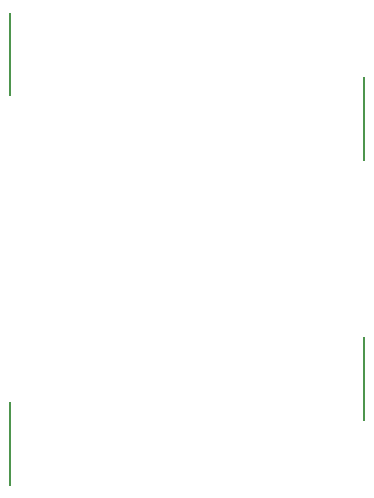
<source format=gbr>
G04 #@! TF.GenerationSoftware,KiCad,Pcbnew,no-vcs-found-1848834~58~ubuntu16.04.1*
G04 #@! TF.CreationDate,2017-06-18T23:28:25-07:00*
G04 #@! TF.ProjectId,DrGreenThumb,4472477265656E5468756D622E6B6963,rev?*
G04 #@! TF.FileFunction,Other,ECO1*
%FSLAX46Y46*%
G04 Gerber Fmt 4.6, Leading zero omitted, Abs format (unit mm)*
G04 Created by KiCad (PCBNEW no-vcs-found-1848834~58~ubuntu16.04.1) date Sun Jun 18 23:28:25 2017*
%MOMM*%
%LPD*%
G01*
G04 APERTURE LIST*
%ADD10C,0.100000*%
%ADD11C,0.200000*%
G04 APERTURE END LIST*
D10*
D11*
X87000000Y-87500000D02*
X87000000Y-80500000D01*
X87000000Y-109500000D02*
X87000000Y-102500000D01*
X57000000Y-115000000D02*
X57000000Y-108000000D01*
X57000000Y-82000000D02*
X57000000Y-75000000D01*
M02*

</source>
